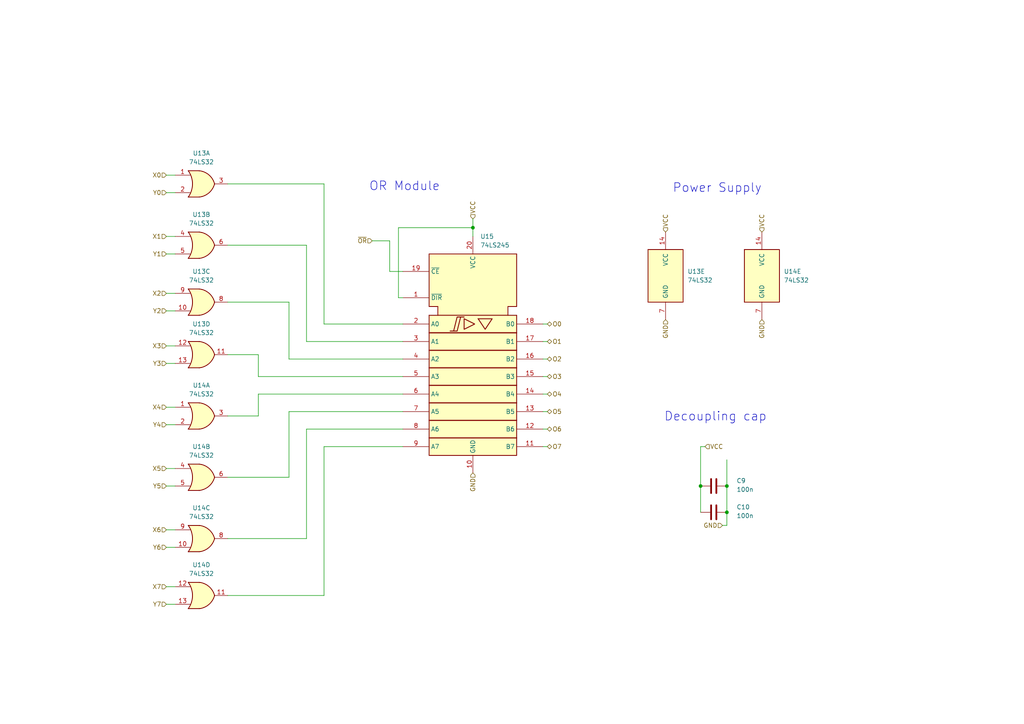
<source format=kicad_sch>
(kicad_sch (version 20250114) (generator "eeschema") (generator_version "9.0")
  (paper "A4")
  (lib_symbols
    (symbol "74xx:74LS32" (pin_names (offset 1.016))
      (property "Reference" "U" (at 0 1.27 0))
      (property "Value" "74LS32" (at 0 -1.27 0))
      (symbol "74LS32_1_1"
        (arc (start -3.81 3.81) (mid -2.589 0) (end -3.81 -3.81) (stroke (width 0.254)))
        (polyline (pts (xy -3.81 3.81) (xy -0.635 3.81)) (stroke (width 0.254)) (fill (type background)))
        (polyline (pts (xy -3.81 -3.81) (xy -0.635 -3.81)) (stroke (width 0.254)) (fill (type background)))
        (arc (start 3.81 0) (mid 2.1855 -2.584) (end -0.6096 -3.81) (stroke (width 0.254)) (fill (type background)))
        (arc (start -0.6096 3.81) (mid 2.1928 2.5924) (end 3.81 0) (stroke (width 0.254)) (fill (type background)))
        (polyline (pts (xy -0.635 3.81) (xy -3.81 3.81) (xy -3.81 3.81) (xy -3.556 3.4036) (xy -3.0226 2.2606) (xy -2.6924 1.0414) (xy -2.6162 -0.254) (xy -2.7686 -1.4986) (xy -3.175 -2.7178) (xy -3.81 -3.81) (xy -3.81 -3.81) (xy -0.635 -3.81)) (stroke (width -25.4)) (fill (type background)))
        (pin input line (at -7.62 2.54 0) (length 4.318) (name "~") (number "1"))
        (pin input line (at -7.62 -2.54 0) (length 4.318) (name "~") (number "2"))
        (pin output line (at 7.62 0 180) (length 3.81) (name "~") (number "3"))
      )
      (symbol "74LS32_1_2"
        (arc (start 0 3.81) (mid 3.7934 0) (end 0 -3.81) (stroke (width 0.254)) (fill (type background)))
        (polyline (pts (xy 0 3.81) (xy -3.81 3.81) (xy -3.81 -3.81) (xy 0 -3.81)) (stroke (width 0.254)) (fill (type background)))
        (pin input inverted (at -7.62 2.54 0) (length 3.81) (name "~") (number "1"))
        (pin input inverted (at -7.62 -2.54 0) (length 3.81) (name "~") (number "2"))
        (pin output inverted (at 7.62 0 180) (length 3.81) (name "~") (number "3"))
      )
      (symbol "74LS32_2_1"
        (arc (start -3.81 3.81) (mid -2.589 0) (end -3.81 -3.81) (stroke (width 0.254)))
        (polyline (pts (xy -3.81 3.81) (xy -0.635 3.81)) (stroke (width 0.254)) (fill (type background)))
        (polyline (pts (xy -3.81 -3.81) (xy -0.635 -3.81)) (stroke (width 0.254)) (fill (type background)))
        (arc (start 3.81 0) (mid 2.1855 -2.584) (end -0.6096 -3.81) (stroke (width 0.254)) (fill (type background)))
        (arc (start -0.6096 3.81) (mid 2.1928 2.5924) (end 3.81 0) (stroke (width 0.254)) (fill (type background)))
        (polyline (pts (xy -0.635 3.81) (xy -3.81 3.81) (xy -3.81 3.81) (xy -3.556 3.4036) (xy -3.0226 2.2606) (xy -2.6924 1.0414) (xy -2.6162 -0.254) (xy -2.7686 -1.4986) (xy -3.175 -2.7178) (xy -3.81 -3.81) (xy -3.81 -3.81) (xy -0.635 -3.81)) (stroke (width -25.4)) (fill (type background)))
        (pin input line (at -7.62 2.54 0) (length 4.318) (name "~") (number "4"))
        (pin input line (at -7.62 -2.54 0) (length 4.318) (name "~") (number "5"))
        (pin output line (at 7.62 0 180) (length 3.81) (name "~") (number "6"))
      )
      (symbol "74LS32_2_2"
        (arc (start 0 3.81) (mid 3.7934 0) (end 0 -3.81) (stroke (width 0.254)) (fill (type background)))
        (polyline (pts (xy 0 3.81) (xy -3.81 3.81) (xy -3.81 -3.81) (xy 0 -3.81)) (stroke (width 0.254)) (fill (type background)))
        (pin input inverted (at -7.62 2.54 0) (length 3.81) (name "~") (number "4"))
        (pin input inverted (at -7.62 -2.54 0) (length 3.81) (name "~") (number "5"))
        (pin output inverted (at 7.62 0 180) (length 3.81) (name "~") (number "6"))
      )
      (symbol "74LS32_3_1"
        (arc (start -3.81 3.81) (mid -2.589 0) (end -3.81 -3.81) (stroke (width 0.254)))
        (polyline (pts (xy -3.81 3.81) (xy -0.635 3.81)) (stroke (width 0.254)) (fill (type background)))
        (polyline (pts (xy -3.81 -3.81) (xy -0.635 -3.81)) (stroke (width 0.254)) (fill (type background)))
        (arc (start 3.81 0) (mid 2.1855 -2.584) (end -0.6096 -3.81) (stroke (width 0.254)) (fill (type background)))
        (arc (start -0.6096 3.81) (mid 2.1928 2.5924) (end 3.81 0) (stroke (width 0.254)) (fill (type background)))
        (polyline (pts (xy -0.635 3.81) (xy -3.81 3.81) (xy -3.81 3.81) (xy -3.556 3.4036) (xy -3.0226 2.2606) (xy -2.6924 1.0414) (xy -2.6162 -0.254) (xy -2.7686 -1.4986) (xy -3.175 -2.7178) (xy -3.81 -3.81) (xy -3.81 -3.81) (xy -0.635 -3.81)) (stroke (width -25.4)) (fill (type background)))
        (pin input line (at -7.62 2.54 0) (length 4.318) (name "~") (number "9"))
        (pin input line (at -7.62 -2.54 0) (length 4.318) (name "~") (number "10"))
        (pin output line (at 7.62 0 180) (length 3.81) (name "~") (number "8"))
      )
      (symbol "74LS32_3_2"
        (arc (start 0 3.81) (mid 3.7934 0) (end 0 -3.81) (stroke (width 0.254)) (fill (type background)))
        (polyline (pts (xy 0 3.81) (xy -3.81 3.81) (xy -3.81 -3.81) (xy 0 -3.81)) (stroke (width 0.254)) (fill (type background)))
        (pin input inverted (at -7.62 2.54 0) (length 3.81) (name "~") (number "9"))
        (pin input inverted (at -7.62 -2.54 0) (length 3.81) (name "~") (number "10"))
        (pin output inverted (at 7.62 0 180) (length 3.81) (name "~") (number "8"))
      )
      (symbol "74LS32_4_1"
        (arc (start -3.81 3.81) (mid -2.589 0) (end -3.81 -3.81) (stroke (width 0.254)))
        (polyline (pts (xy -3.81 3.81) (xy -0.635 3.81)) (stroke (width 0.254)) (fill (type background)))
        (polyline (pts (xy -3.81 -3.81) (xy -0.635 -3.81)) (stroke (width 0.254)) (fill (type background)))
        (arc (start 3.81 0) (mid 2.1855 -2.584) (end -0.6096 -3.81) (stroke (width 0.254)) (fill (type background)))
        (arc (start -0.6096 3.81) (mid 2.1928 2.5924) (end 3.81 0) (stroke (width 0.254)) (fill (type background)))
        (polyline (pts (xy -0.635 3.81) (xy -3.81 3.81) (xy -3.81 3.81) (xy -3.556 3.4036) (xy -3.0226 2.2606) (xy -2.6924 1.0414) (xy -2.6162 -0.254) (xy -2.7686 -1.4986) (xy -3.175 -2.7178) (xy -3.81 -3.81) (xy -3.81 -3.81) (xy -0.635 -3.81)) (stroke (width -25.4)) (fill (type background)))
        (pin input line (at -7.62 2.54 0) (length 4.318) (name "~") (number "12"))
        (pin input line (at -7.62 -2.54 0) (length 4.318) (name "~") (number "13"))
        (pin output line (at 7.62 0 180) (length 3.81) (name "~") (number "11"))
      )
      (symbol "74LS32_4_2"
        (arc (start 0 3.81) (mid 3.7934 0) (end 0 -3.81) (stroke (width 0.254)) (fill (type background)))
        (polyline (pts (xy 0 3.81) (xy -3.81 3.81) (xy -3.81 -3.81) (xy 0 -3.81)) (stroke (width 0.254)) (fill (type background)))
        (pin input inverted (at -7.62 2.54 0) (length 3.81) (name "~") (number "12"))
        (pin input inverted (at -7.62 -2.54 0) (length 3.81) (name "~") (number "13"))
        (pin output inverted (at 7.62 0 180) (length 3.81) (name "~") (number "11"))
      )
      (symbol "74LS32_5_0"
        (pin power_in line (at 0 12.7 270) (length 5.08) (name "VCC") (number "14"))
        (pin power_in line (at 0 -12.7 90) (length 5.08) (name "GND") (number "7"))
      )
      (symbol "74LS32_5_1"
        (rectangle (start -5.08 7.62) (end 5.08 -7.62) (stroke (width 0.254)) (fill (type background)))
      )
    )
    (symbol "74xx_IEEE:74LS245"
      (property "Reference" "U" (at 15.24 25.4 0))
      (property "Value" "74LS245" (at 5.08 -30.48 0))
      (symbol "74LS245_0_0"
        (polyline (pts (xy -6.604 10.668) (xy -4.572 10.668) (xy -3.556 14.732) (xy -2.54 14.732) (xy -4.572 14.732) (xy -5.588 10.668) (xy -5.588 10.668)) (stroke (width 0.254)) (fill (type background)))
        (polyline (pts (xy -2.54 14.224) (xy -2.54 11.176) (xy 0.508 12.7) (xy -2.54 14.224) (xy -2.54 14.224)) (stroke (width 0.254)) (fill (type background)))
        (polyline (pts (xy 1.524 14.224) (xy 5.588 14.224) (xy 3.556 11.176) (xy 1.524 14.224) (xy 1.524 14.224)) (stroke (width 0.254)) (fill (type background)))
        (pin power_in line (at 0 38.1 270) (length 5.08) (name "VCC") (number "20"))
        (pin power_in line (at 0 -30.48 90) (length 5.08) (name "GND") (number "10"))
      )
      (symbol "74LS245_0_1"
        (rectangle (start -12.7 15.24) (end 12.7 10.16) (stroke (width 0.254)) (fill (type background)))
        (rectangle (start -12.7 10.16) (end 12.7 5.08) (stroke (width 0.254)) (fill (type background)))
        (rectangle (start -12.7 5.08) (end 12.7 0) (stroke (width 0.254)) (fill (type background)))
        (rectangle (start -12.7 0) (end 12.7 -5.08) (stroke (width 0.254)) (fill (type background)))
        (rectangle (start -12.7 -5.08) (end 12.7 -10.16) (stroke (width 0.254)) (fill (type background)))
        (rectangle (start -12.7 -10.16) (end 12.7 -15.24) (stroke (width 0.254)) (fill (type background)))
        (rectangle (start -12.7 -15.24) (end 12.7 -20.32) (stroke (width 0.254)) (fill (type background)))
        (rectangle (start -12.7 -20.32) (end 12.7 -25.4) (stroke (width 0.254)) (fill (type background)))
        (polyline (pts (xy -10.16 15.24) (xy -10.16 17.78) (xy -12.7 17.78) (xy -12.7 33.02) (xy 12.7 33.02) (xy 12.7 17.78) (xy 10.16 17.78) (xy 10.16 15.24) (xy 10.16 15.24)) (stroke (width 0.254)) (fill (type background)))
      )
      (symbol "74LS245_1_1"
        (pin input line (at -20.32 27.94 0) (length 7.62) (name "~{CE}") (number "19"))
        (pin input line (at -20.32 20.32 0) (length 7.62) (name "~{DIR}") (number "1"))
        (pin tri_state line (at -20.32 12.7 0) (length 7.62) (name "A0") (number "2"))
        (pin tri_state line (at -20.32 7.62 0) (length 7.62) (name "A1") (number "3"))
        (pin tri_state line (at -20.32 2.54 0) (length 7.62) (name "A2") (number "4"))
        (pin tri_state line (at -20.32 -2.54 0) (length 7.62) (name "A3") (number "5"))
        (pin tri_state line (at -20.32 -7.62 0) (length 7.62) (name "A4") (number "6"))
        (pin tri_state line (at -20.32 -12.7 0) (length 7.62) (name "A5") (number "7"))
        (pin tri_state line (at -20.32 -17.78 0) (length 7.62) (name "A6") (number "8"))
        (pin tri_state line (at -20.32 -22.86 0) (length 7.62) (name "A7") (number "9"))
        (pin tri_state line (at 20.32 12.7 180) (length 7.62) (name "B0") (number "18"))
        (pin tri_state line (at 20.32 7.62 180) (length 7.62) (name "B1") (number "17"))
        (pin tri_state line (at 20.32 2.54 180) (length 7.62) (name "B2") (number "16"))
        (pin tri_state line (at 20.32 -2.54 180) (length 7.62) (name "B3") (number "15"))
        (pin tri_state line (at 20.32 -7.62 180) (length 7.62) (name "B4") (number "14"))
        (pin tri_state line (at 20.32 -12.7 180) (length 7.62) (name "B5") (number "13"))
        (pin tri_state line (at 20.32 -17.78 180) (length 7.62) (name "B6") (number "12"))
        (pin tri_state line (at 20.32 -22.86 180) (length 7.62) (name "B7") (number "11"))
      )
    )
    (symbol "Device:C" (pin_numbers (hide yes)) (pin_names (offset 0.254))
      (property "Reference" "C" (at 0.635 2.54 0))
      (property "Value" "C" (at 0.635 -2.54 0))
      (symbol "C_0_1"
        (polyline (pts (xy -2.032 0.762) (xy 2.032 0.762)) (stroke (width 0.508)))
        (polyline (pts (xy -2.032 -0.762) (xy 2.032 -0.762)) (stroke (width 0.508)))
      )
      (symbol "C_1_1"
        (pin passive line (at 0 3.81 270) (length 2.794) (name "~") (number "1"))
        (pin passive line (at 0 -3.81 90) (length 2.794) (name "~") (number "2"))
      )
    )
  )
  (text "Decoupling cap" (at 207.518 120.904 0) (effects (font (size 2.54 2.54))))
  (text "Power Supply" (at 208.026 54.61 0) (effects (font (size 2.54 2.54))))
  (text "OR Module" (at 117.348 54.102 0) (effects (font (size 2.54 2.54))))
  (junction (at 210.82 140.97))
  (junction (at 203.2 140.97))
  (junction (at 210.82 148.59))
  (junction (at 137.16 66.04))
  (wire (pts (xy 203.2 129.54) (xy 203.2 140.97)))
  (wire (pts (xy 203.2 140.97) (xy 203.2 148.59)))
  (wire (pts (xy 157.48 114.3) (xy 158.75 114.3)))
  (wire (pts (xy 157.48 104.14) (xy 158.75 104.14)))
  (wire (pts (xy 66.04 138.43) (xy 83.82 138.43)))
  (wire (pts (xy 66.04 156.21) (xy 88.9 156.21)))
  (wire (pts (xy 210.82 133.35) (xy 210.82 140.97)))
  (wire (pts (xy 157.48 119.38) (xy 158.75 119.38)))
  (wire (pts (xy 48.26 175.26) (xy 50.8 175.26)))
  (wire (pts (xy 157.48 124.46) (xy 158.75 124.46)))
  (wire (pts (xy 115.57 86.36) (xy 116.84 86.36)))
  (wire (pts (xy 93.98 53.34) (xy 93.98 93.98)))
  (wire (pts (xy 66.04 172.72) (xy 93.98 172.72)))
  (wire (pts (xy 48.26 105.41) (xy 50.8 105.41)))
  (wire (pts (xy 48.26 123.19) (xy 50.8 123.19)))
  (wire (pts (xy 48.26 118.11) (xy 50.8 118.11)))
  (wire (pts (xy 48.26 135.89) (xy 50.8 135.89)))
  (wire (pts (xy 74.93 109.22) (xy 116.84 109.22)))
  (wire (pts (xy 48.26 140.97) (xy 50.8 140.97)))
  (wire (pts (xy 116.84 99.06) (xy 88.9 99.06)))
  (wire (pts (xy 210.82 148.59) (xy 210.82 152.4)))
  (wire (pts (xy 48.26 170.18) (xy 50.8 170.18)))
  (wire (pts (xy 74.93 102.87) (xy 74.93 109.22)))
  (wire (pts (xy 93.98 129.54) (xy 116.84 129.54)))
  (wire (pts (xy 157.48 109.22) (xy 158.75 109.22)))
  (wire (pts (xy 157.48 129.54) (xy 158.75 129.54)))
  (wire (pts (xy 204.47 129.54) (xy 203.2 129.54)))
  (wire (pts (xy 116.84 124.46) (xy 88.9 124.46)))
  (wire (pts (xy 48.26 50.8) (xy 50.8 50.8)))
  (wire (pts (xy 48.26 85.09) (xy 50.8 85.09)))
  (wire (pts (xy 157.48 93.98) (xy 158.75 93.98)))
  (wire (pts (xy 83.82 87.63) (xy 83.82 104.14)))
  (wire (pts (xy 88.9 99.06) (xy 88.9 71.12)))
  (wire (pts (xy 48.26 55.88) (xy 50.8 55.88)))
  (wire (pts (xy 66.04 53.34) (xy 93.98 53.34)))
  (wire (pts (xy 113.03 69.85) (xy 113.03 78.74)))
  (wire (pts (xy 48.26 73.66) (xy 50.8 73.66)))
  (wire (pts (xy 115.57 66.04) (xy 137.16 66.04)))
  (wire (pts (xy 137.16 63.5) (xy 137.16 66.04)))
  (wire (pts (xy 113.03 78.74) (xy 116.84 78.74)))
  (wire (pts (xy 48.26 158.75) (xy 50.8 158.75)))
  (wire (pts (xy 115.57 66.04) (xy 115.57 86.36)))
  (wire (pts (xy 74.93 114.3) (xy 116.84 114.3)))
  (wire (pts (xy 66.04 71.12) (xy 88.9 71.12)))
  (wire (pts (xy 137.16 66.04) (xy 137.16 68.58)))
  (wire (pts (xy 93.98 93.98) (xy 116.84 93.98)))
  (wire (pts (xy 210.82 140.97) (xy 210.82 148.59)))
  (wire (pts (xy 66.04 87.63) (xy 83.82 87.63)))
  (wire (pts (xy 66.04 120.65) (xy 74.93 120.65)))
  (wire (pts (xy 157.48 99.06) (xy 158.75 99.06)))
  (wire (pts (xy 83.82 104.14) (xy 116.84 104.14)))
  (wire (pts (xy 83.82 119.38) (xy 116.84 119.38)))
  (wire (pts (xy 83.82 138.43) (xy 83.82 119.38)))
  (wire (pts (xy 48.26 68.58) (xy 50.8 68.58)))
  (wire (pts (xy 48.26 90.17) (xy 50.8 90.17)))
  (wire (pts (xy 66.04 102.87) (xy 74.93 102.87)))
  (wire (pts (xy 48.26 153.67) (xy 50.8 153.67)))
  (wire (pts (xy 209.55 152.4) (xy 210.82 152.4)))
  (wire (pts (xy 88.9 124.46) (xy 88.9 156.21)))
  (wire (pts (xy 48.26 100.33) (xy 50.8 100.33)))
  (wire (pts (xy 107.95 69.85) (xy 113.03 69.85)))
  (wire (pts (xy 74.93 120.65) (xy 74.93 114.3)))
  (wire (pts (xy 93.98 172.72) (xy 93.98 129.54)))
  (hierarchical_label "X1" (shape input) (at 48.26 68.58 180))
  (hierarchical_label "Y4" (shape input) (at 48.26 123.19 180))
  (hierarchical_label "X2" (shape input) (at 48.26 85.09 180))
  (hierarchical_label "X7" (shape input) (at 48.26 170.18 180))
  (hierarchical_label "O3" (shape tri_state) (at 158.75 109.22 0))
  (hierarchical_label "O5" (shape tri_state) (at 158.75 119.38 0))
  (hierarchical_label "~{OR}" (shape input) (at 107.95 69.85 180))
  (hierarchical_label "X4" (shape input) (at 48.26 118.11 180))
  (hierarchical_label "Y6" (shape input) (at 48.26 158.75 180))
  (hierarchical_label "O4" (shape tri_state) (at 158.75 114.3 0))
  (hierarchical_label "O7" (shape tri_state) (at 158.75 129.54 0))
  (hierarchical_label "O1" (shape tri_state) (at 158.75 99.06 0))
  (hierarchical_label "O6" (shape tri_state) (at 158.75 124.46 0))
  (hierarchical_label "VCC" (shape input) (at 137.16 63.5 90))
  (hierarchical_label "GND" (shape input) (at 193.04 92.71 270))
  (hierarchical_label "X3" (shape input) (at 48.26 100.33 180))
  (hierarchical_label "GND" (shape input) (at 137.16 137.16 270))
  (hierarchical_label "O0" (shape tri_state) (at 158.75 93.98 0))
  (hierarchical_label "GND" (shape input) (at 220.98 92.71 270))
  (hierarchical_label "X0" (shape input) (at 48.26 50.8 180))
  (hierarchical_label "VCC" (shape input) (at 193.04 67.31 90))
  (hierarchical_label "VCC" (shape input) (at 220.98 67.31 90))
  (hierarchical_label "Y5" (shape input) (at 48.26 140.97 180))
  (hierarchical_label "O2" (shape tri_state) (at 158.75 104.14 0))
  (hierarchical_label "Y2" (shape input) (at 48.26 90.17 180))
  (hierarchical_label "Y1" (shape input) (at 48.26 73.66 180))
  (hierarchical_label "X5" (shape input) (at 48.26 135.89 180))
  (hierarchical_label "GND" (shape input) (at 209.55 152.4 180))
  (hierarchical_label "VCC" (shape input) (at 204.47 129.54 0))
  (hierarchical_label "Y0" (shape input) (at 48.26 55.88 180))
  (hierarchical_label "Y3" (shape input) (at 48.26 105.41 180))
  (hierarchical_label "Y7" (shape input) (at 48.26 175.26 180))
  (hierarchical_label "X6" (shape input) (at 48.26 153.67 180))
  (symbol (lib_id "74xx:74LS32") (at 58.42 102.87 0) (unit 4)
    (property "Reference" "U13" (at 58.42 93.98 0))
    (property "Value" "74LS32" (at 58.42 96.52 0))
    (property "Footprint" "Package_DIP:DIP-14_W7.62mm" (effects (hide yes)))
    (property "Datasheet" "http://www.ti.com/lit/gpn/sn74LS32" (effects (hide yes)))
    (property "Description" "Quad 2-input OR" (effects (hide yes)))
  )
  (symbol (lib_id "74xx:74LS32") (at 58.42 172.72 0) (unit 4)
    (property "Reference" "U14" (at 58.42 163.83 0))
    (property "Value" "74LS32" (at 58.42 166.37 0))
    (property "Footprint" "Package_DIP:DIP-14_W7.62mm" (effects (hide yes)))
    (property "Datasheet" "http://www.ti.com/lit/gpn/sn74LS32" (effects (hide yes)))
    (property "Description" "Quad 2-input OR" (effects (hide yes)))
  )
  (symbol (lib_id "Device:C") (at 207.01 140.97 90) (unit 1)
    (property "Reference" "C9" (at 213.614 139.446 90) (effects (justify right)))
    (property "Value" "100n" (at 213.614 141.986 90) (effects (justify right)))
    (property "Footprint" "Capacitor_THT:C_Disc_D3.0mm_W1.6mm_P2.50mm" (effects (hide yes)))
    (property "Description" "Unpolarized capacitor" (effects (hide yes)))
  )
  (symbol (lib_id "74xx:74LS32") (at 58.42 120.65 0) (unit 1)
    (property "Reference" "U14" (at 58.42 111.76 0))
    (property "Value" "74LS32" (at 58.42 114.3 0))
    (property "Footprint" "Package_DIP:DIP-14_W7.62mm" (effects (hide yes)))
    (property "Datasheet" "http://www.ti.com/lit/gpn/sn74LS32" (effects (hide yes)))
    (property "Description" "Quad 2-input OR" (effects (hide yes)))
  )
  (symbol (lib_id "74xx:74LS32") (at 58.42 138.43 0) (unit 2)
    (property "Reference" "U14" (at 58.42 129.54 0))
    (property "Value" "74LS32" (at 58.42 132.08 0))
    (property "Footprint" "Package_DIP:DIP-14_W7.62mm" (effects (hide yes)))
    (property "Datasheet" "http://www.ti.com/lit/gpn/sn74LS32" (effects (hide yes)))
    (property "Description" "Quad 2-input OR" (effects (hide yes)))
  )
  (symbol (lib_id "74xx_IEEE:74LS245") (at 137.16 106.68 0) (unit 1)
    (property "Reference" "U15" (at 139.3033 68.58 0) (effects (justify left)))
    (property "Value" "74LS245" (at 139.3033 71.12 0) (effects (justify left)))
    (property "Footprint" "Package_DIP:DIP-20_W7.62mm" (effects (hide yes)))
  )
  (symbol (lib_id "74xx:74LS32") (at 220.98 80.01 0) (unit 5)
    (property "Reference" "U14" (at 227.33 78.7399 0) (effects (justify left)))
    (property "Value" "74LS32" (at 227.33 81.2799 0) (effects (justify left)))
    (property "Footprint" "Package_DIP:DIP-14_W7.62mm" (effects (hide yes)))
    (property "Datasheet" "http://www.ti.com/lit/gpn/sn74LS32" (effects (hide yes)))
    (property "Description" "Quad 2-input OR" (effects (hide yes)))
  )
  (symbol (lib_id "Device:C") (at 207.01 148.59 90) (unit 1)
    (property "Reference" "C10" (at 213.614 147.066 90) (effects (justify right)))
    (property "Value" "100n" (at 213.614 149.606 90) (effects (justify right)))
    (property "Footprint" "Capacitor_THT:C_Disc_D3.0mm_W1.6mm_P2.50mm" (effects (hide yes)))
    (property "Description" "Unpolarized capacitor" (effects (hide yes)))
  )
  (symbol (lib_id "74xx:74LS32") (at 58.42 156.21 0) (unit 3)
    (property "Reference" "U14" (at 58.42 147.32 0))
    (property "Value" "74LS32" (at 58.42 149.86 0))
    (property "Footprint" "Package_DIP:DIP-14_W7.62mm" (effects (hide yes)))
    (property "Datasheet" "http://www.ti.com/lit/gpn/sn74LS32" (effects (hide yes)))
    (property "Description" "Quad 2-input OR" (effects (hide yes)))
  )
  (symbol (lib_id "74xx:74LS32") (at 58.42 53.34 0) (unit 1)
    (property "Reference" "U13" (at 58.42 44.45 0))
    (property "Value" "74LS32" (at 58.42 46.99 0))
    (property "Footprint" "Package_DIP:DIP-14_W7.62mm" (effects (hide yes)))
    (property "Datasheet" "http://www.ti.com/lit/gpn/sn74LS32" (effects (hide yes)))
    (property "Description" "Quad 2-input OR" (effects (hide yes)))
  )
  (symbol (lib_id "74xx:74LS32") (at 58.42 71.12 0) (unit 2)
    (property "Reference" "U13" (at 58.42 62.23 0))
    (property "Value" "74LS32" (at 58.42 64.77 0))
    (property "Footprint" "Package_DIP:DIP-14_W7.62mm" (effects (hide yes)))
    (property "Datasheet" "http://www.ti.com/lit/gpn/sn74LS32" (effects (hide yes)))
    (property "Description" "Quad 2-input OR" (effects (hide yes)))
  )
  (symbol (lib_id "74xx:74LS32") (at 58.42 87.63 0) (unit 3)
    (property "Reference" "U13" (at 58.42 78.74 0))
    (property "Value" "74LS32" (at 58.42 81.28 0))
    (property "Footprint" "Package_DIP:DIP-14_W7.62mm" (effects (hide yes)))
    (property "Datasheet" "http://www.ti.com/lit/gpn/sn74LS32" (effects (hide yes)))
    (property "Description" "Quad 2-input OR" (effects (hide yes)))
  )
  (symbol (lib_id "74xx:74LS32") (at 193.04 80.01 0) (unit 5)
    (property "Reference" "U13" (at 199.39 78.7399 0) (effects (justify left)))
    (property "Value" "74LS32" (at 199.39 81.2799 0) (effects (justify left)))
    (property "Footprint" "Package_DIP:DIP-14_W7.62mm" (effects (hide yes)))
    (property "Datasheet" "http://www.ti.com/lit/gpn/sn74LS32" (effects (hide yes)))
    (property "Description" "Quad 2-input OR" (effects (hide yes)))
  )
)
</source>
